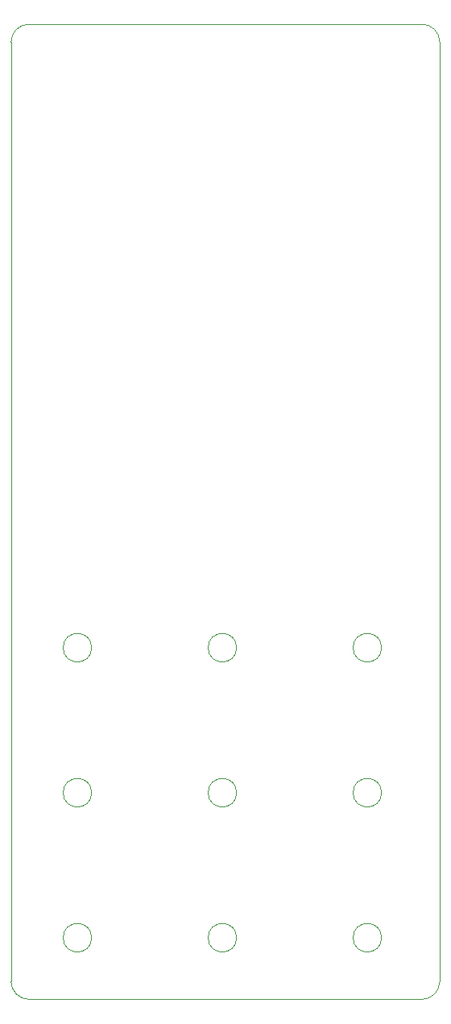
<source format=gbr>
G04 #@! TF.GenerationSoftware,KiCad,Pcbnew,5.1.6-c6e7f7d~86~ubuntu20.04.1*
G04 #@! TF.CreationDate,2020-05-29T14:12:18+02:00*
G04 #@! TF.ProjectId,osc1,6f736331-2e6b-4696-9361-645f70636258,rev?*
G04 #@! TF.SameCoordinates,Original*
G04 #@! TF.FileFunction,Profile,NP*
%FSLAX46Y46*%
G04 Gerber Fmt 4.6, Leading zero omitted, Abs format (unit mm)*
G04 Created by KiCad (PCBNEW 5.1.6-c6e7f7d~86~ubuntu20.04.1) date 2020-05-29 14:12:18*
%MOMM*%
%LPD*%
G01*
G04 APERTURE LIST*
G04 #@! TA.AperFunction,Profile*
%ADD10C,0.050000*%
G04 #@! TD*
G04 APERTURE END LIST*
D10*
X73660000Y-171704000D02*
G75*
G02*
X71755000Y-169799000I0J1905000D01*
G01*
X116840000Y-169799000D02*
G75*
G02*
X114935000Y-171704000I-1905000J0D01*
G01*
X114935000Y-69215000D02*
G75*
G02*
X116840000Y-71120000I0J-1905000D01*
G01*
X71755000Y-71120000D02*
G75*
G02*
X73660000Y-69215000I1905000J0D01*
G01*
X71755000Y-169799000D02*
X71755000Y-71120000D01*
X114935000Y-171704000D02*
X73660000Y-171704000D01*
X116840000Y-71120000D02*
X116840000Y-169799000D01*
X73660000Y-69215000D02*
X114935000Y-69215000D01*
X110720000Y-165227000D02*
G75*
G03*
X110720000Y-165227000I-1500000J0D01*
G01*
X110720000Y-149987000D02*
G75*
G03*
X110720000Y-149987000I-1500000J0D01*
G01*
X110720000Y-134747000D02*
G75*
G03*
X110720000Y-134747000I-1500000J0D01*
G01*
X95480000Y-134747000D02*
G75*
G03*
X95480000Y-134747000I-1500000J0D01*
G01*
X95480000Y-149987000D02*
G75*
G03*
X95480000Y-149987000I-1500000J0D01*
G01*
X95480000Y-165227000D02*
G75*
G03*
X95480000Y-165227000I-1500000J0D01*
G01*
X80240000Y-165227000D02*
G75*
G03*
X80240000Y-165227000I-1500000J0D01*
G01*
X80240000Y-134747000D02*
G75*
G03*
X80240000Y-134747000I-1500000J0D01*
G01*
X80240000Y-149987000D02*
G75*
G03*
X80240000Y-149987000I-1500000J0D01*
G01*
M02*

</source>
